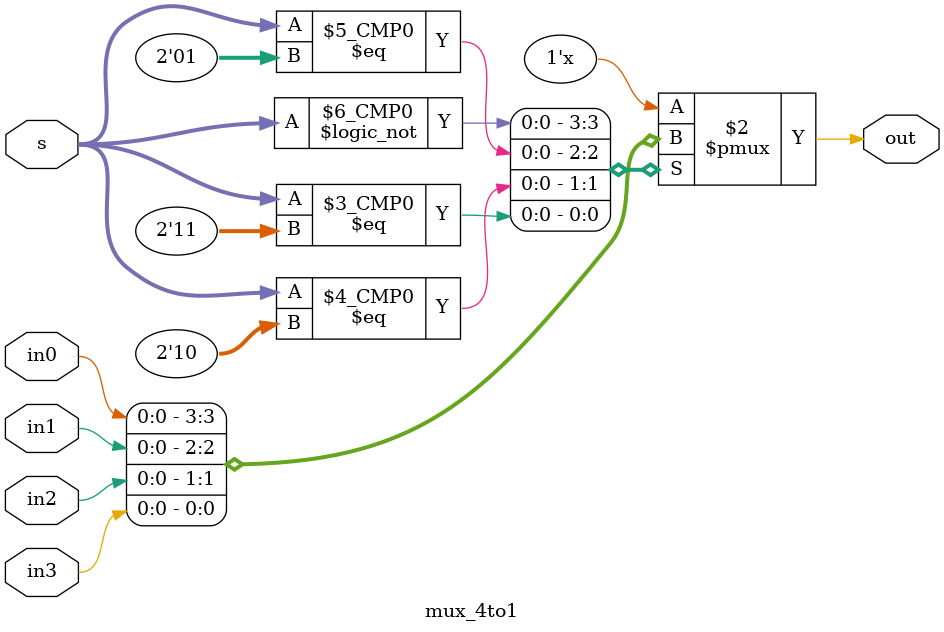
<source format=v>
module mux_4to1 (
    input wire [1:0] s,
    input wire in0,
    input wire in1,
    input wire in2,
    input wire in3,
    output wire out
);

    always @(*) begin
        case (s)
            2'b00:  // Select input0 when s is 00
                out = in0;
            2'b01:  // Select input1 when s is 01
                out = in1;
            2'b10:  // Select input2 when s is 10
                out = in2;
            2'b11:  // Select input3 when s is 11
                out = in3;
        endcase
    end

endmodule
</source>
